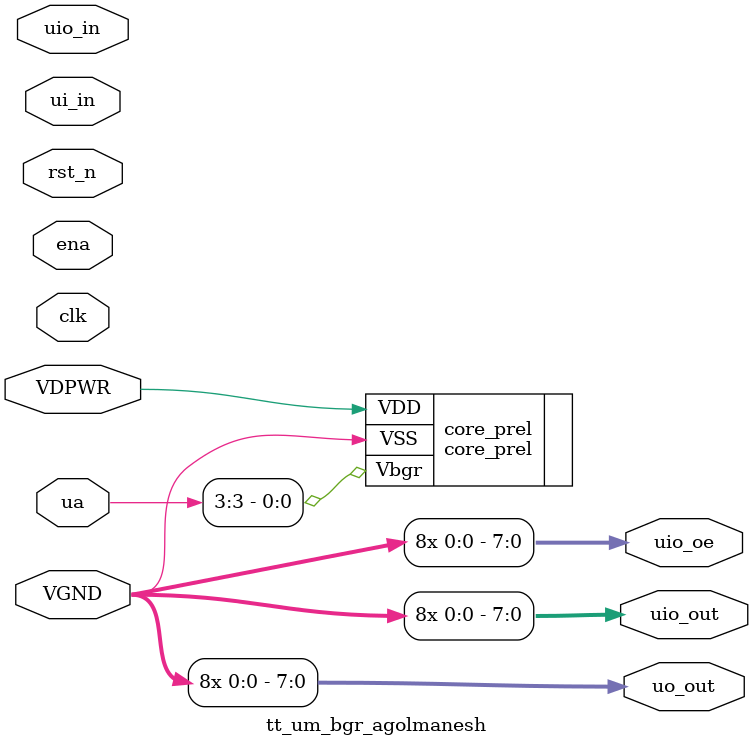
<source format=v>
/*
 * Copyright (c) 2024 Your Name
 * SPDX-License-Identifier: Apache-2.0
 */

`default_nettype none

module tt_um_bgr_agolmanesh (
    input  wire       VGND,
    input  wire       VDPWR,    // 1.8v power supply
//    input  wire       VAPWR,    // 3.3v power supply
    input  wire [7:0] ui_in,    // Dedicated inputs
    output wire [7:0] uo_out,   // Dedicated outputs
    input  wire [7:0] uio_in,   // IOs: Input path
    output wire [7:0] uio_out,  // IOs: Output path
    output wire [7:0] uio_oe,   // IOs: Enable path (active high: 0=input, 1=output)
    inout  wire [7:0] ua,       // Analog pins, only ua[5:0] can be used
    input  wire       ena,      // always 1 when the design is powered, so you can ignore it
    input  wire       clk,      // clock
    input  wire       rst_n     // reset_n - low to reset
);

 core_prel core_prel (
        .VDD(VDPWR),
        .VSS(VGND),
        .Vbgr(ua[3])
        );

    // ties for the output enables
    assign uo_out[0] = VGND;
    assign uo_out[1] = VGND;
    assign uo_out[2] = VGND;
    assign uo_out[3] = VGND;
    assign uo_out[4] = VGND;
    assign uo_out[5] = VGND;
    assign uo_out[6] = VGND;
    assign uo_out[7] = VGND;

    assign uio_out[0] = VGND;
    assign uio_out[1] = VGND;
    assign uio_out[2] = VGND;
    assign uio_out[3] = VGND;
    assign uio_out[4] = VGND;
    assign uio_out[5] = VGND;
    assign uio_out[6] = VGND;
    assign uio_out[7] = VGND;

    assign uio_oe[0] = VGND;
    assign uio_oe[1] = VGND;
    assign uio_oe[2] = VGND;
    assign uio_oe[3] = VGND;
    assign uio_oe[4] = VGND;
    assign uio_oe[5] = VGND;
    assign uio_oe[6] = VGND;
    assign uio_oe[7] = VGND;


endmodule

</source>
